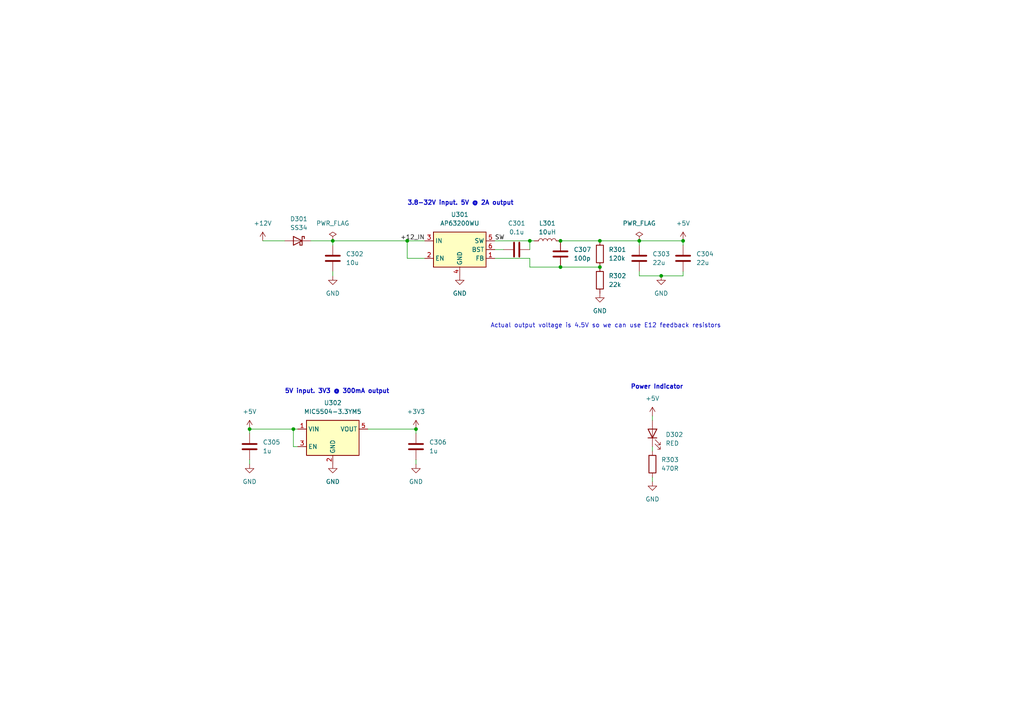
<source format=kicad_sch>
(kicad_sch (version 20230121) (generator eeschema)
  (paper "A4")
  (lib_symbols
    (symbol "Device:C" (pin_numbers hide) (pin_names (offset 0.254))
      (property "Reference" "C" (at 0.635 2.54 0))
      (property "Value" "C" (at 0.635 -2.54 0))
      (symbol "C_0_1"
        (polyline (pts (xy -2.032 -0.762) (xy 2.032 -0.762)) (stroke (width 0.508)))
        (polyline (pts (xy -2.032 0.762) (xy 2.032 0.762)) (stroke (width 0.508)))
      )
      (symbol "C_1_1"
        (pin passive line (at 0 3.81 270) (length 2.794) (name "~") (number "1"))
        (pin passive line (at 0 -3.81 90) (length 2.794) (name "~") (number "2"))
      )
    )
    (symbol "Device:L" (pin_numbers hide) (pin_names (offset 1.016) hide)
      (property "Reference" "L" (at -1.27 0 90))
      (property "Value" "L" (at 1.905 0 90))
      (symbol "L_0_1"
        (arc (start 0 -2.54) (mid 0.6323 -1.905) (end 0 -1.27))
        (arc (start 0 -1.27) (mid 0.6323 -0.635) (end 0 0))
        (arc (start 0 0) (mid 0.6323 0.635) (end 0 1.27))
        (arc (start 0 1.27) (mid 0.6323 1.905) (end 0 2.54))
      )
      (symbol "L_1_1"
        (pin passive line (at 0 3.81 270) (length 1.27) (name "1") (number "1"))
        (pin passive line (at 0 -3.81 90) (length 1.27) (name "2") (number "2"))
      )
    )
    (symbol "Device:LED" (pin_numbers hide) (pin_names (offset 1.016) hide)
      (property "Reference" "D" (at 0 2.54 0))
      (property "Value" "LED" (at 0 -2.54 0))
      (symbol "LED_0_1"
        (polyline (pts (xy -1.27 -1.27) (xy -1.27 1.27)) (stroke (width 0.254)))
        (polyline (pts (xy -1.27 0) (xy 1.27 0)))
        (polyline (pts (xy 1.27 -1.27) (xy 1.27 1.27) (xy -1.27 0) (xy 1.27 -1.27)) (stroke (width 0.254)))
        (polyline (pts (xy -3.048 -0.762) (xy -4.572 -2.286) (xy -3.81 -2.286) (xy -4.572 -2.286) (xy -4.572 -1.524)))
        (polyline (pts (xy -1.778 -0.762) (xy -3.302 -2.286) (xy -2.54 -2.286) (xy -3.302 -2.286) (xy -3.302 -1.524)))
      )
      (symbol "LED_1_1"
        (pin passive line (at -3.81 0 0) (length 2.54) (name "K") (number "1"))
        (pin passive line (at 3.81 0 180) (length 2.54) (name "A") (number "2"))
      )
    )
    (symbol "Device:R" (pin_numbers hide) (pin_names (offset 0))
      (property "Reference" "R" (at 2.032 0 90))
      (property "Value" "R" (at 0 0 90))
      (symbol "R_0_1"
        (rectangle (start -1.016 -2.54) (end 1.016 2.54) (stroke (width 0.254)))
      )
      (symbol "R_1_1"
        (pin passive line (at 0 3.81 270) (length 1.27) (name "~") (number "1"))
        (pin passive line (at 0 -3.81 90) (length 1.27) (name "~") (number "2"))
      )
    )
    (symbol "Diode:SS34" (pin_numbers hide) (pin_names (offset 1.016) hide)
      (property "Reference" "D" (at 0 2.54 0))
      (property "Value" "SS34" (at 0 -2.54 0))
      (symbol "SS34_0_1"
        (polyline (pts (xy 1.27 0) (xy -1.27 0)))
        (polyline (pts (xy 1.27 1.27) (xy 1.27 -1.27) (xy -1.27 0) (xy 1.27 1.27)) (stroke (width 0.254)))
        (polyline (pts (xy -1.905 0.635) (xy -1.905 1.27) (xy -1.27 1.27) (xy -1.27 -1.27) (xy -0.635 -1.27) (xy -0.635 -0.635)) (stroke (width 0.254)))
      )
      (symbol "SS34_1_1"
        (pin passive line (at -3.81 0 0) (length 2.54) (name "K") (number "1"))
        (pin passive line (at 3.81 0 180) (length 2.54) (name "A") (number "2"))
      )
    )
    (symbol "Regulator_Linear:MIC5504-3.3YM5"
      (property "Reference" "U" (at -7.62 8.89 0))
      (property "Value" "MIC5504-3.3YM5" (at -7.62 6.35 0))
      (symbol "MIC5504-3.3YM5_0_1"
        (rectangle (start -7.62 -5.08) (end 7.62 5.08) (stroke (width 0.254)) (fill (type background)))
      )
      (symbol "MIC5504-3.3YM5_1_1"
        (pin power_in line (at -10.16 2.54 0) (length 2.54) (name "VIN") (number "1"))
        (pin power_in line (at 0 -7.62 90) (length 2.54) (name "GND") (number "2"))
        (pin input line (at -10.16 -2.54 0) (length 2.54) (name "EN") (number "3"))
        (pin no_connect line (at 7.62 -2.54 180) (length 2.54) hide (name "NC") (number "4"))
        (pin power_out line (at 10.16 2.54 180) (length 2.54) (name "VOUT") (number "5"))
      )
    )
    (symbol "Regulator_Switching:AP63200WU"
      (property "Reference" "U" (at -7.62 6.35 0))
      (property "Value" "AP63200WU" (at 2.54 6.35 0))
      (symbol "AP63200WU_0_1"
        (rectangle (start -7.62 5.08) (end 7.62 -5.08) (stroke (width 0.254)) (fill (type background)))
      )
      (symbol "AP63200WU_1_1"
        (pin input line (at 10.16 -2.54 180) (length 2.54) (name "FB") (number "1"))
        (pin input line (at -10.16 -2.54 0) (length 2.54) (name "EN") (number "2"))
        (pin power_in line (at -10.16 2.54 0) (length 2.54) (name "IN") (number "3"))
        (pin power_in line (at 0 -7.62 90) (length 2.54) (name "GND") (number "4"))
        (pin output line (at 10.16 2.54 180) (length 2.54) (name "SW") (number "5"))
        (pin passive line (at 10.16 0 180) (length 2.54) (name "BST") (number "6"))
      )
    )
    (symbol "power:+12V" (power) (pin_names (offset 0))
      (property "Value" "+12V" (at 0 3.556 0))
      (symbol "+12V_0_1"
        (polyline (pts (xy -0.762 1.27) (xy 0 2.54)))
        (polyline (pts (xy 0 0) (xy 0 2.54)))
        (polyline (pts (xy 0 2.54) (xy 0.762 1.27)))
      )
      (symbol "+12V_1_1"
        (pin power_in line (at 0 0 90) (length 0) hide (name "+12V") (number "1"))
      )
    )
    (symbol "power:+3V3" (power) (pin_names (offset 0))
      (property "Value" "+3V3" (at 0 3.556 0))
      (symbol "+3V3_0_1"
        (polyline (pts (xy -0.762 1.27) (xy 0 2.54)))
        (polyline (pts (xy 0 0) (xy 0 2.54)))
        (polyline (pts (xy 0 2.54) (xy 0.762 1.27)))
      )
      (symbol "+3V3_1_1"
        (pin power_in line (at 0 0 90) (length 0) hide (name "+3V3") (number "1"))
      )
    )
    (symbol "power:+5V" (power) (pin_names (offset 0))
      (property "Value" "+5V" (at 0 3.556 0))
      (symbol "+5V_0_1"
        (polyline (pts (xy -0.762 1.27) (xy 0 2.54)))
        (polyline (pts (xy 0 0) (xy 0 2.54)))
        (polyline (pts (xy 0 2.54) (xy 0.762 1.27)))
      )
      (symbol "+5V_1_1"
        (pin power_in line (at 0 0 90) (length 0) hide (name "+5V") (number "1"))
      )
    )
    (symbol "power:GND" (power) (pin_names (offset 0))
      (property "Value" "GND" (at 0 -3.81 0))
      (symbol "GND_0_1"
        (polyline (pts (xy 0 0) (xy 0 -1.27) (xy 1.27 -1.27) (xy 0 -2.54) (xy -1.27 -1.27) (xy 0 -1.27)))
      )
      (symbol "GND_1_1"
        (pin power_in line (at 0 0 270) (length 0) hide (name "GND") (number "1"))
      )
    )
    (symbol "power:PWR_FLAG" (power) (pin_numbers hide) (pin_names (offset 0) hide)
      (property "Value" "PWR_FLAG" (at 0 3.81 0))
      (symbol "PWR_FLAG_0_0"
        (pin power_out line (at 0 0 90) (length 0) (name "pwr") (number "1"))
      )
      (symbol "PWR_FLAG_0_1"
        (polyline (pts (xy 0 0) (xy 0 1.27) (xy -1.016 1.905) (xy 0 2.54) (xy 1.016 1.905) (xy 0 1.27)))
      )
    )
  )
  (junction (at 162.56 69.85))
  (junction (at 191.77 80.01))
  (junction (at 96.52 69.85))
  (junction (at 162.56 77.47))
  (junction (at 198.12 69.85))
  (junction (at 118.11 69.85))
  (junction (at 153.67 69.85))
  (junction (at 85.09 124.46))
  (junction (at 173.99 77.47))
  (junction (at 185.42 69.85))
  (junction (at 72.39 124.46))
  (junction (at 173.99 69.85))
  (junction (at 120.65 124.46))
  (wire (pts (xy 143.51 72.39) (xy 146.05 72.39)))
  (wire (pts (xy 162.56 77.47) (xy 173.99 77.47)))
  (wire (pts (xy 85.09 124.46) (xy 86.36 124.46)))
  (wire (pts (xy 72.39 124.46) (xy 85.09 124.46)))
  (wire (pts (xy 185.42 78.74) (xy 185.42 80.01)))
  (wire (pts (xy 198.12 78.74) (xy 198.12 80.01)))
  (wire (pts (xy 143.51 74.93) (xy 153.67 74.93)))
  (wire (pts (xy 153.67 69.85) (xy 153.67 72.39)))
  (wire (pts (xy 85.09 129.54) (xy 85.09 124.46)))
  (wire (pts (xy 185.42 69.85) (xy 198.12 69.85)))
  (wire (pts (xy 143.51 69.85) (xy 153.67 69.85)))
  (wire (pts (xy 123.19 74.93) (xy 118.11 74.93)))
  (wire (pts (xy 118.11 74.93) (xy 118.11 69.85)))
  (wire (pts (xy 90.17 69.85) (xy 96.52 69.85)))
  (wire (pts (xy 118.11 69.85) (xy 123.19 69.85)))
  (wire (pts (xy 96.52 69.85) (xy 118.11 69.85)))
  (wire (pts (xy 120.65 125.73) (xy 120.65 124.46)))
  (wire (pts (xy 189.23 138.43) (xy 189.23 139.7)))
  (wire (pts (xy 198.12 80.01) (xy 191.77 80.01)))
  (wire (pts (xy 185.42 69.85) (xy 185.42 71.12)))
  (wire (pts (xy 86.36 129.54) (xy 85.09 129.54)))
  (wire (pts (xy 189.23 121.92) (xy 189.23 120.65)))
  (wire (pts (xy 189.23 130.81) (xy 189.23 129.54)))
  (wire (pts (xy 120.65 133.35) (xy 120.65 134.62)))
  (wire (pts (xy 185.42 80.01) (xy 191.77 80.01)))
  (wire (pts (xy 106.68 124.46) (xy 120.65 124.46)))
  (wire (pts (xy 153.67 77.47) (xy 162.56 77.47)))
  (wire (pts (xy 72.39 125.73) (xy 72.39 124.46)))
  (wire (pts (xy 76.2 69.85) (xy 82.55 69.85)))
  (wire (pts (xy 72.39 133.35) (xy 72.39 134.62)))
  (wire (pts (xy 154.94 69.85) (xy 153.67 69.85)))
  (wire (pts (xy 96.52 69.85) (xy 96.52 71.12)))
  (wire (pts (xy 198.12 69.85) (xy 198.12 71.12)))
  (wire (pts (xy 153.67 74.93) (xy 153.67 77.47)))
  (wire (pts (xy 173.99 69.85) (xy 185.42 69.85)))
  (wire (pts (xy 162.56 69.85) (xy 173.99 69.85)))
  (wire (pts (xy 96.52 78.74) (xy 96.52 80.01)))
  (text "Actual output voltage is 4.5V so we can use E12 feedback resistors" (at 142.24 95.25 0) (effects (font (size 1.27 1.27)) (justify left bottom)))
  (text "3.8-32V input. 5V @ 2A output" (at 118.11 59.69 0) (effects (font (size 1.27 1.27) (thickness 0.254) bold) (justify left bottom)))
  (text "Power Indicator" (at 182.88 113.03 0) (effects (font (size 1.27 1.27) (thickness 0.254) bold) (justify left bottom)))
  (text "5V input. 3V3 @ 300mA output" (at 82.55 114.3 0) (effects (font (size 1.27 1.27) (thickness 0.254) bold) (justify left bottom)))
  (label "+12_IN" (at 123.19 69.85 180))
  (label "SW" (at 143.51 69.85 0))
  (symbol (lib_id "Device:C") (at 72.39 129.54 0) (unit 1)
    (property "Reference" "C305" (at 76.2 128.27 0) (effects (justify left)))
    (property "Value" "1u" (at 76.2 130.81 0) (effects (justify left)))
    (property "Footprint" "Capacitor_SMD:C_0402_1005Metric_Pad0.74x0.62mm_HandSolder" (effects hide))
    (property "Part Number" "CL05A105KA5NQNC" (effects hide))
    (property "Manufacturer" "Samsung Electro-Mechanics" (effects hide))
    (property "Desc" "CAP CER 1uF 10V 0402" (effects hide))
    (property "LCSC Part" "C52923" (effects hide))
  )
  (symbol (lib_id "power:GND") (at 133.35 80.01 0) (unit 1)
    (property "Reference" "#PWR0304" (effects hide))
    (property "Value" "GND" (at 133.35 85.09 0))
  )
  (symbol (lib_id "Regulator_Linear:MIC5504-3.3YM5") (at 96.52 127 0) (unit 1)
    (property "Reference" "U302" (at 96.52 116.84 0))
    (property "Value" "MIC5504-3.3YM5" (at 96.52 119.38 0))
    (property "Footprint" "Package_TO_SOT_SMD:SOT-23-5_HandSoldering" (effects hide))
    (property "Datasheet" "http://ww1.microchip.com/downloads/en/DeviceDoc/MIC550X.pdf" (effects hide))
    (property "Part Number" "MIC5504-3.3YM5" (effects hide))
    (property "Manufacturer" "Microchip Technology" (effects hide))
    (property "LCSC Part" "C88419" (effects hide))
  )
  (symbol (lib_id "power:GND") (at 173.99 85.09 0) (unit 1)
    (property "Reference" "#PWR0314" (effects hide))
    (property "Value" "GND" (at 173.99 90.17 0))
  )
  (symbol (lib_id "Device:C") (at 96.52 74.93 0) (unit 1)
    (property "Reference" "C302" (at 100.33 73.66 0) (effects (justify left)))
    (property "Value" "10u" (at 100.33 76.2 0) (effects (justify left)))
    (property "Footprint" "Capacitor_SMD:C_0805_2012Metric_Pad1.18x1.45mm_HandSolder" (effects hide))
    (property "Datasheet" "https://search.murata.co.jp/Ceramy/image/img/A01X/G101/ENG/GRM21BR61E106KA73-01.pdf" (effects hide))
    (property "Part Number" "CL21A106KAYNNNE" (effects hide))
    (property "Manufacturer" "Samsung Electro-Mechanics" (effects hide))
    (property "Desc" "CAP CER 10uF 25V 0805 low-ESR" (effects hide))
    (property "LCSC Part" "C15850" (effects hide))
  )
  (symbol (lib_id "power:GND") (at 191.77 80.01 0) (unit 1)
    (property "Reference" "#PWR0305" (effects hide))
    (property "Value" "GND" (at 191.77 85.09 0))
  )
  (symbol (lib_id "Device:C") (at 120.65 129.54 0) (unit 1)
    (property "Reference" "C306" (at 124.46 128.27 0) (effects (justify left)))
    (property "Value" "1u" (at 124.46 130.81 0) (effects (justify left)))
    (property "Footprint" "Capacitor_SMD:C_0402_1005Metric_Pad0.74x0.62mm_HandSolder" (effects hide))
    (property "Part Number" "CL05A105KA5NQNC" (effects hide))
    (property "Manufacturer" "Samsung Electro-Mechanics" (effects hide))
    (property "Desc" "CAP CER 1uF 10V 0402" (effects hide))
    (property "LCSC Part" "C52923" (effects hide))
  )
  (symbol (lib_id "power:+3V3") (at 120.65 124.46 0) (unit 1)
    (property "Reference" "#PWR0308" (effects hide))
    (property "Value" "+3V3" (at 120.65 119.38 0))
  )
  (symbol (lib_id "power:GND") (at 96.52 134.62 0) (unit 1)
    (property "Reference" "#PWR0310" (effects hide))
    (property "Value" "GND" (at 96.52 139.7 0))
  )
  (symbol (lib_id "Diode:SS34") (at 86.36 69.85 0) (mirror y) (unit 1)
    (property "Reference" "D301" (at 86.6775 63.5 0))
    (property "Value" "SS34" (at 86.6775 66.04 0))
    (property "Footprint" "Diode_SMD:D_SMA" (effects hide))
    (property "Datasheet" "https://www.vishay.com/docs/88751/ss32.pdf" (effects hide))
    (property "Part Number" "SS34" (effects hide))
    (property "Manufacturer" "Microdiode Semiconductor" (effects hide))
    (property "LCSC Part" "C8678" (effects hide))
  )
  (symbol (lib_id "power:GND") (at 189.23 139.7 0) (unit 1)
    (property "Reference" "#PWR0316" (effects hide))
    (property "Value" "GND" (at 189.23 144.78 0))
  )
  (symbol (lib_id "Device:R") (at 189.23 134.62 0) (unit 1)
    (property "Reference" "R303" (at 191.77 133.35 0) (effects (justify left)))
    (property "Value" "470R" (at 191.77 135.89 0) (effects (justify left)))
    (property "Footprint" "Resistor_SMD:R_0402_1005Metric_Pad0.72x0.64mm_HandSolder" (effects hide))
    (property "Desc" "RES 470 1/16W 1% 0402" (effects hide))
    (property "LCSC Part" "C25117" (effects hide))
  )
  (symbol (lib_id "Device:C") (at 198.12 74.93 0) (unit 1)
    (property "Reference" "C304" (at 201.93 73.66 0) (effects (justify left)))
    (property "Value" "22u" (at 201.93 76.2 0) (effects (justify left)))
    (property "Footprint" "Capacitor_SMD:C_0805_2012Metric_Pad1.18x1.45mm_HandSolder" (effects hide))
    (property "Datasheet" "https://weblib.samsungsem.com/mlcc/mlcc-ec-data-sheet.do?partNumber=CL05Y105KP6VPN" (effects hide))
    (property "Part Number" "CL21A226MAQNNNE" (effects hide))
    (property "Manufacturer" "Samsung Electro-Mechanics" (effects hide))
    (property "Desc" "CAP CER 22u 10V 0805 low-ESR" (effects hide))
    (property "LCSC Part" "C45783" (effects hide))
  )
  (symbol (lib_id "power:PWR_FLAG") (at 96.52 69.85 0) (unit 1)
    (property "Reference" "#FLG0302" (effects hide))
    (property "Value" "PWR_FLAG" (at 96.52 64.77 0))
  )
  (symbol (lib_id "Device:R") (at 173.99 73.66 0) (unit 1)
    (property "Reference" "R301" (at 176.53 72.39 0) (effects (justify left)))
    (property "Value" "120k" (at 176.53 74.93 0) (effects (justify left)))
    (property "Footprint" "Resistor_SMD:R_0402_1005Metric_Pad0.72x0.64mm_HandSolder" (effects hide))
    (property "Desc" "RES 157k 1/16W 1% 0402" (effects hide))
    (property "LCSC Part" "C25750" (effects hide))
  )
  (symbol (lib_id "power:+5V") (at 72.39 124.46 0) (unit 1)
    (property "Reference" "#PWR0307" (effects hide))
    (property "Value" "+5V" (at 72.39 119.38 0))
  )
  (symbol (lib_id "power:+5V") (at 189.23 120.65 0) (unit 1)
    (property "Reference" "#PWR0315" (effects hide))
    (property "Value" "+5V" (at 189.23 115.57 0))
  )
  (symbol (lib_id "Device:R") (at 173.99 81.28 0) (unit 1)
    (property "Reference" "R302" (at 176.53 80.01 0) (effects (justify left)))
    (property "Value" "22k" (at 176.53 82.55 0) (effects (justify left)))
    (property "Footprint" "Resistor_SMD:R_0402_1005Metric_Pad0.72x0.64mm_HandSolder" (effects hide))
    (property "Desc" "RES 30k 1/16W 1% 0402" (effects hide))
    (property "LCSC Part" "C25768" (effects hide))
  )
  (symbol (lib_id "power:GND") (at 96.52 80.01 0) (unit 1)
    (property "Reference" "#PWR0303" (effects hide))
    (property "Value" "GND" (at 96.52 85.09 0))
  )
  (symbol (lib_id "Device:C") (at 185.42 74.93 0) (unit 1)
    (property "Reference" "C303" (at 189.23 73.66 0) (effects (justify left)))
    (property "Value" "22u" (at 189.23 76.2 0) (effects (justify left)))
    (property "Footprint" "Capacitor_SMD:C_0805_2012Metric_Pad1.18x1.45mm_HandSolder" (effects hide))
    (property "Datasheet" "https://weblib.samsungsem.com/mlcc/mlcc-ec-data-sheet.do?partNumber=CL05Y105KP6VPN" (effects hide))
    (property "Part Number" "CL21A226MAQNNNE" (effects hide))
    (property "Manufacturer" "Samsung Electro-Mechanics" (effects hide))
    (property "Desc" "CAP CER 22u 10V 0805 low-ESR" (effects hide))
    (property "LCSC Part" "C45783" (effects hide))
  )
  (symbol (lib_id "power:+5V") (at 198.12 69.85 0) (unit 1)
    (property "Reference" "#PWR0302" (effects hide))
    (property "Value" "+5V" (at 198.12 64.77 0))
  )
  (symbol (lib_id "power:GND") (at 120.65 134.62 0) (unit 1)
    (property "Reference" "#PWR0311" (effects hide))
    (property "Value" "GND" (at 120.65 139.7 0))
  )
  (symbol (lib_id "Device:LED") (at 189.23 125.73 90) (unit 1)
    (property "Reference" "D302" (at 193.04 126.0475 90) (effects (justify right)))
    (property "Value" "RED" (at 193.04 128.5875 90) (effects (justify right)))
    (property "Footprint" "LED_SMD:LED_0603_1608Metric_Pad1.05x0.95mm_HandSolder" (effects hide))
    (property "Datasheet" "https://jlcpcb.com/api/file/downloadByFileSystemAccessId/8588941076506030080" (effects hide))
    (property "Part Number" "XL-1608SURC-06" (effects hide))
    (property "Manufacturer" "XINGLIGHT" (effects hide))
    (property "Desc" "LED RED 0603" (effects hide))
    (property "LCSC Part" "C2286" (effects hide))
  )
  (symbol (lib_id "power:GND") (at 72.39 134.62 0) (unit 1)
    (property "Reference" "#PWR0309" (effects hide))
    (property "Value" "GND" (at 72.39 139.7 0))
  )
  (symbol (lib_id "power:+12V") (at 76.2 69.85 0) (unit 1)
    (property "Reference" "#PWR0301" (effects hide))
    (property "Value" "+12V" (at 76.2 64.77 0))
  )
  (symbol (lib_id "Device:C") (at 149.86 72.39 90) (unit 1)
    (property "Reference" "C301" (at 149.86 64.77 90))
    (property "Value" "0.1u" (at 149.86 67.31 90))
    (property "Footprint" "Capacitor_SMD:C_0402_1005Metric_Pad0.74x0.62mm_HandSolder" (effects hide))
    (property "Desc" "CAP CER 0.1uF 10V 0402" (effects hide))
    (property "LCSC Part" "C1525" (effects hide))
  )
  (symbol (lib_id "Device:C") (at 162.56 73.66 0) (unit 1)
    (property "Reference" "C307" (at 166.37 72.39 0) (effects (justify left)))
    (property "Value" "100p" (at 166.37 74.93 0) (effects (justify left)))
    (property "Footprint" "Capacitor_SMD:C_0402_1005Metric_Pad0.74x0.62mm_HandSolder" (effects hide))
    (property "Desc" "CAP CER 100p 10V 0402" (effects hide))
    (property "LCSC Part" "C1546" (effects hide))
  )
  (symbol (lib_id "power:PWR_FLAG") (at 185.42 69.85 0) (unit 1)
    (property "Reference" "#FLG0301" (effects hide))
    (property "Value" "PWR_FLAG" (at 185.42 64.77 0))
  )
  (symbol (lib_id "Device:L") (at 158.75 69.85 90) (unit 1)
    (property "Reference" "L301" (at 158.75 64.77 90))
    (property "Value" "10uH" (at 158.75 67.31 90))
    (property "Footprint" "WordGameLib:Murata_6060" (effects hide))
    (property "Datasheet" "https://jlcpcb.com/api/file/downloadByFileSystemAccessId/8588918377272520704" (effects hide))
    (property "Part Number" "1264EY-100M=P3" (effects hide))
    (property "Manufacturer" "Murata Electronics" (effects hide))
    (property "Desc" "IND 10uH <100mOhm Isat>2A" (effects hide))
  )
  (symbol (lib_id "Regulator_Switching:AP63200WU") (at 133.35 72.39 0) (unit 1)
    (property "Reference" "U301" (at 133.35 62.23 0))
    (property "Value" "AP63200WU" (at 133.35 64.77 0))
    (property "Footprint" "Package_TO_SOT_SMD:TSOT-23-6" (effects hide))
    (property "Datasheet" "https://www.diodes.com/assets/Datasheets/AP63200-AP63201-AP63203-AP63205.pdf" (effects hide))
    (property "Part Number" "AP63200WU-7" (effects hide))
    (property "Manufacturer" "Diodes Incorporated" (effects hide))
    (property "LCSC Part" "C2071868" (effects hide))
  )
)
</source>
